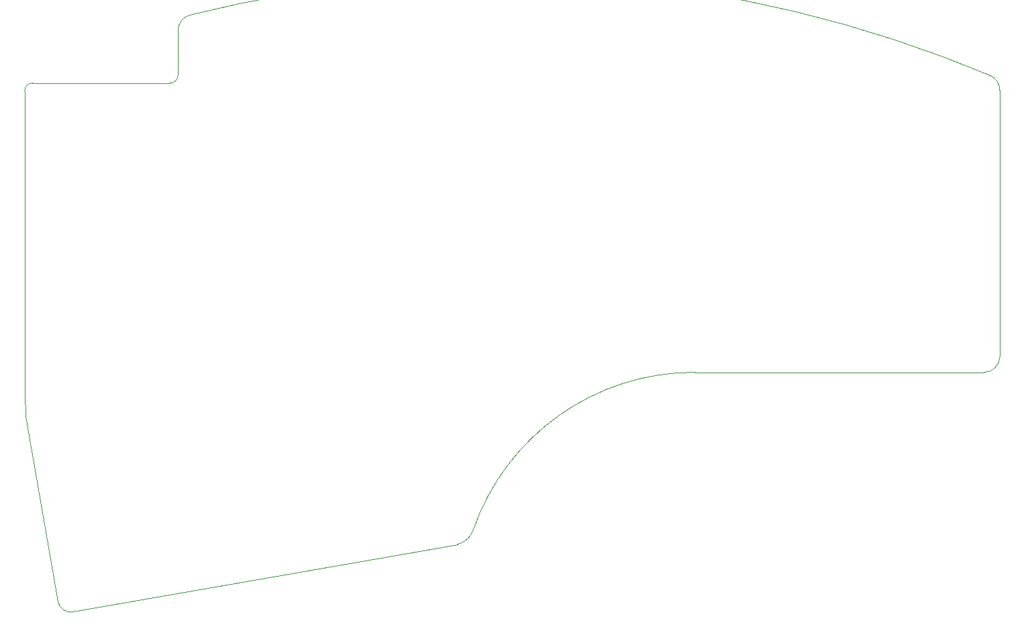
<source format=gm1>
%TF.GenerationSoftware,KiCad,Pcbnew,(5.1.9)-1*%
%TF.CreationDate,2021-04-11T01:29:47-07:00*%
%TF.ProjectId,pyaa,70796161-2e6b-4696-9361-645f70636258,rev?*%
%TF.SameCoordinates,Original*%
%TF.FileFunction,Profile,NP*%
%FSLAX46Y46*%
G04 Gerber Fmt 4.6, Leading zero omitted, Abs format (unit mm)*
G04 Created by KiCad (PCBNEW (5.1.9)-1) date 2021-04-11 01:29:47*
%MOMM*%
%LPD*%
G01*
G04 APERTURE LIST*
%TA.AperFunction,Profile*%
%ADD10C,0.050000*%
%TD*%
G04 APERTURE END LIST*
D10*
X202540000Y-128489893D02*
X166160000Y-128480000D01*
X138175117Y-148349867D02*
G75*
G02*
X136200000Y-150150000I-2555117J819867D01*
G01*
X138175857Y-148350123D02*
G75*
G02*
X166160000Y-128480000I27884143J-9629877D01*
G01*
X204569757Y-126519996D02*
G75*
G02*
X202540000Y-128489893I-1999902J30007D01*
G01*
X87653757Y-158696803D02*
G75*
G02*
X85808367Y-157402609I-275599J1569791D01*
G01*
X102525276Y-83408143D02*
G75*
G02*
X203323486Y-91038052I38965231J-154867096D01*
G01*
X203323486Y-91038052D02*
G75*
G02*
X204560000Y-92905635I-763584J-1848699D01*
G01*
X100949600Y-91000000D02*
G75*
G02*
X99950000Y-92000000I-1000000J0D01*
G01*
X100940000Y-85410000D02*
G75*
G02*
X102525732Y-83409953I2001575J41702D01*
G01*
X81610000Y-131000000D02*
X81700000Y-134020000D01*
X81600050Y-93010000D02*
G75*
G02*
X82600000Y-92000000I999950J10000D01*
G01*
X204560000Y-92905635D02*
X204569757Y-126519996D01*
X87653756Y-158696803D02*
X136200000Y-150150000D01*
X100949600Y-91000000D02*
X100940000Y-85410000D01*
X82600000Y-92000000D02*
X99950000Y-92000000D01*
X81610000Y-131000000D02*
X81600050Y-93010000D01*
X85808367Y-157402609D02*
X81700000Y-134020000D01*
M02*

</source>
